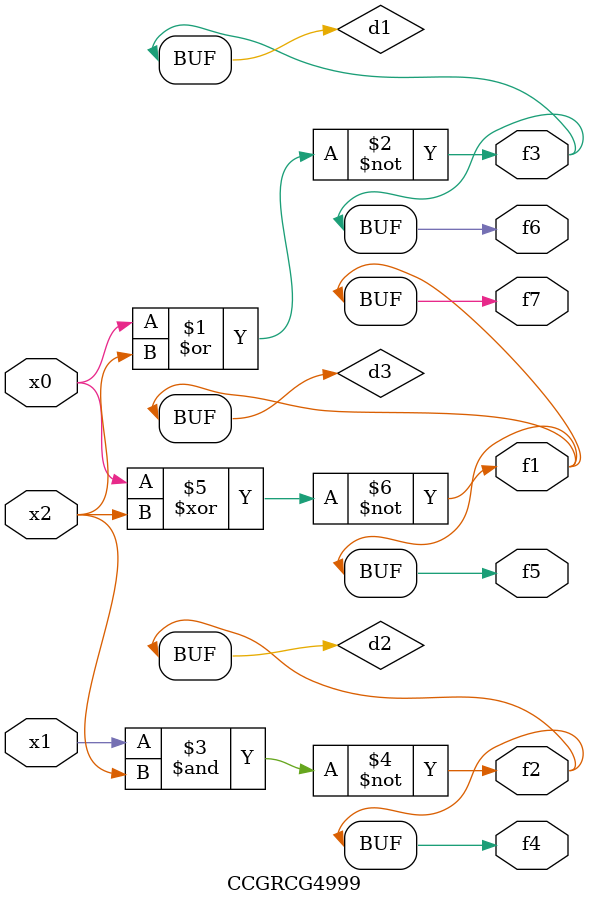
<source format=v>
module CCGRCG4999(
	input x0, x1, x2,
	output f1, f2, f3, f4, f5, f6, f7
);

	wire d1, d2, d3;

	nor (d1, x0, x2);
	nand (d2, x1, x2);
	xnor (d3, x0, x2);
	assign f1 = d3;
	assign f2 = d2;
	assign f3 = d1;
	assign f4 = d2;
	assign f5 = d3;
	assign f6 = d1;
	assign f7 = d3;
endmodule

</source>
